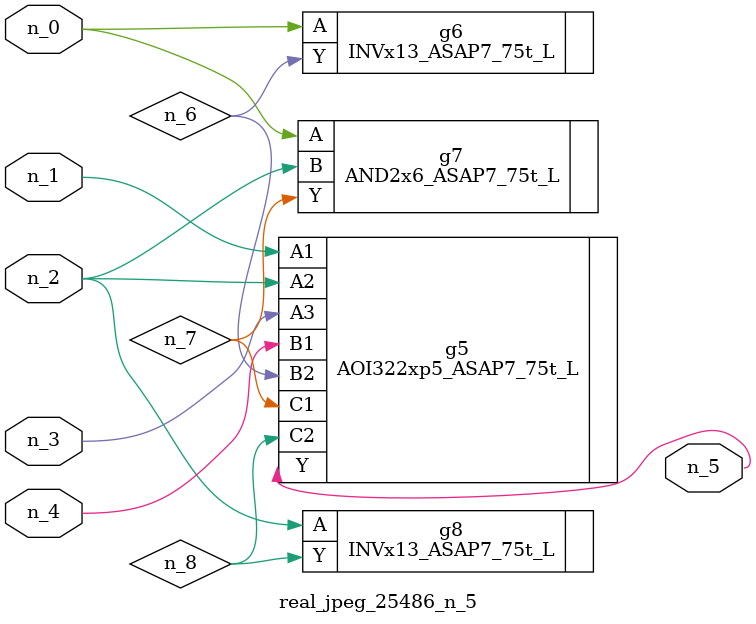
<source format=v>
module real_jpeg_25486_n_5 (n_4, n_0, n_1, n_2, n_3, n_5);

input n_4;
input n_0;
input n_1;
input n_2;
input n_3;

output n_5;

wire n_8;
wire n_6;
wire n_7;

INVx13_ASAP7_75t_L g6 ( 
.A(n_0),
.Y(n_6)
);

AND2x6_ASAP7_75t_L g7 ( 
.A(n_0),
.B(n_2),
.Y(n_7)
);

AOI322xp5_ASAP7_75t_L g5 ( 
.A1(n_1),
.A2(n_2),
.A3(n_3),
.B1(n_4),
.B2(n_6),
.C1(n_7),
.C2(n_8),
.Y(n_5)
);

INVx13_ASAP7_75t_L g8 ( 
.A(n_2),
.Y(n_8)
);


endmodule
</source>
